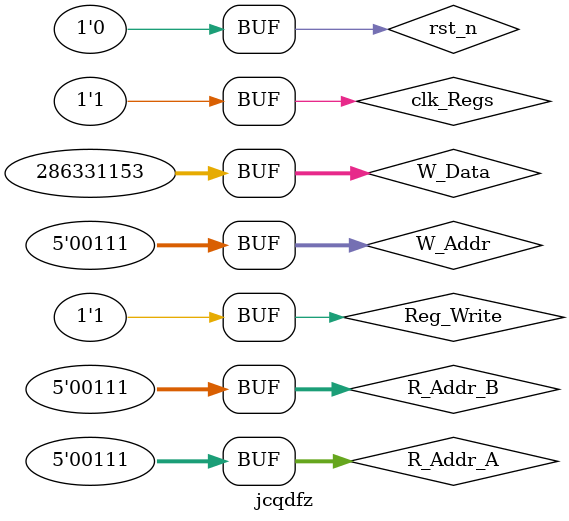
<source format=v>
`timescale 1ns / 1ps


module jcqdfz();
//INPUT
reg rst_n;
reg [4:0]R_Addr_A;
reg [4:0]R_Addr_B;
reg [4:0]W_Addr;
reg Reg_Write;
reg [31:0]W_Data;
reg clk_Regs;

//OUTPUT
wire [31:0]R_Data_A;
wire [31:0]R_Data_B;
initial
    begin   
            clk_Regs=0;rst_n=1;R_Addr_A=5'b00000;R_Addr_B=5'b00001;#50;
            clk_Regs=1;rst_n=0;R_Addr_A=5'b00111;R_Addr_B=5'b00111;W_Data=32'hffff_ffff;Reg_Write=1;W_Addr=5'b00111;#50;
            clk_Regs=1;rst_n=0;R_Addr_A=5'b00111;R_Addr_B=5'b00111;W_Data=32'h1111_1111;Reg_Write=1;W_Addr=5'b00111;#50;
            clk_Regs=1;rst_n=0;R_Addr_A=5'b00111;R_Addr_B=5'b00111;
    end
Reg hh(rst_n,R_Addr_A,R_Addr_B,W_Addr,Reg_Write,W_Data,clk_Regs,R_Data_A,R_Data_B);
endmodule

</source>
